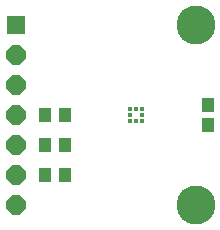
<source format=gbr>
G04 EAGLE Gerber RS-274X export*
G75*
%MOMM*%
%FSLAX34Y34*%
%LPD*%
%INSoldermask Top*%
%IPPOS*%
%AMOC8*
5,1,8,0,0,1.08239X$1,22.5*%
G01*
%ADD10C,3.301600*%
%ADD11C,0.401600*%
%ADD12R,1.101600X1.201600*%
%ADD13R,1.625600X1.625600*%
%ADD14P,1.759533X8X22.500000*%


D10*
X177800Y177800D03*
X177800Y25400D03*
D11*
X122000Y106600D03*
X127000Y106600D03*
X132000Y106600D03*
X122000Y101600D03*
X132000Y101600D03*
X122000Y96600D03*
X127000Y96600D03*
X132000Y96600D03*
D12*
X187960Y110100D03*
X187960Y93100D03*
D13*
X25400Y177800D03*
D14*
X25400Y152400D03*
X25400Y127000D03*
X25400Y101600D03*
X25400Y76200D03*
X25400Y50800D03*
X25400Y25400D03*
D12*
X49920Y50800D03*
X66920Y50800D03*
X49920Y76200D03*
X66920Y76200D03*
X49920Y101600D03*
X66920Y101600D03*
M02*

</source>
